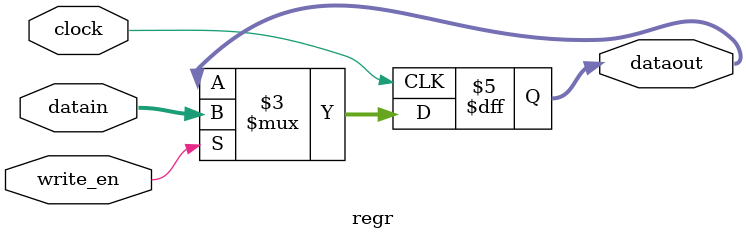
<source format=v>

module regr(input clock,
				input write_en,
				input [15:0] datain, 
				output reg [15:0] dataout );
				
always @(posedge clock) 
begin 
if (write_en == 1) 
		dataout <= datain; 
end 

endmodule 
</source>
